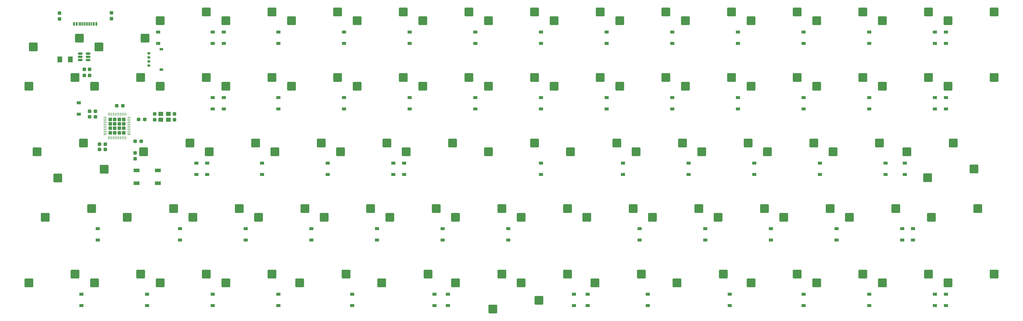
<source format=gbr>
%TF.GenerationSoftware,KiCad,Pcbnew,(6.0.8-1)-1*%
%TF.CreationDate,2023-12-24T13:05:27+01:00*%
%TF.ProjectId,tsuka60-pro,7473756b-6136-4302-9d70-726f2e6b6963,rev?*%
%TF.SameCoordinates,Original*%
%TF.FileFunction,Paste,Bot*%
%TF.FilePolarity,Positive*%
%FSLAX46Y46*%
G04 Gerber Fmt 4.6, Leading zero omitted, Abs format (unit mm)*
G04 Created by KiCad (PCBNEW (6.0.8-1)-1) date 2023-12-24 13:05:27*
%MOMM*%
%LPD*%
G01*
G04 APERTURE LIST*
G04 Aperture macros list*
%AMRoundRect*
0 Rectangle with rounded corners*
0 $1 Rounding radius*
0 $2 $3 $4 $5 $6 $7 $8 $9 X,Y pos of 4 corners*
0 Add a 4 corners polygon primitive as box body*
4,1,4,$2,$3,$4,$5,$6,$7,$8,$9,$2,$3,0*
0 Add four circle primitives for the rounded corners*
1,1,$1+$1,$2,$3*
1,1,$1+$1,$4,$5*
1,1,$1+$1,$6,$7*
1,1,$1+$1,$8,$9*
0 Add four rect primitives between the rounded corners*
20,1,$1+$1,$2,$3,$4,$5,0*
20,1,$1+$1,$4,$5,$6,$7,0*
20,1,$1+$1,$6,$7,$8,$9,0*
20,1,$1+$1,$8,$9,$2,$3,0*%
G04 Aperture macros list end*
%ADD10RoundRect,0.250000X-1.025000X-1.000000X1.025000X-1.000000X1.025000X1.000000X-1.025000X1.000000X0*%
%ADD11RoundRect,0.250000X1.025000X1.000000X-1.025000X1.000000X-1.025000X-1.000000X1.025000X-1.000000X0*%
%ADD12R,1.200000X0.900000*%
%ADD13RoundRect,0.237500X-0.237500X0.300000X-0.237500X-0.300000X0.237500X-0.300000X0.237500X0.300000X0*%
%ADD14RoundRect,0.237500X0.300000X0.237500X-0.300000X0.237500X-0.300000X-0.237500X0.300000X-0.237500X0*%
%ADD15RoundRect,0.237500X0.237500X-0.300000X0.237500X0.300000X-0.237500X0.300000X-0.237500X-0.300000X0*%
%ADD16RoundRect,0.237500X-0.300000X-0.237500X0.300000X-0.237500X0.300000X0.237500X-0.300000X0.237500X0*%
%ADD17R,1.800000X1.100000*%
%ADD18RoundRect,0.150000X0.487500X0.150000X-0.487500X0.150000X-0.487500X-0.150000X0.487500X-0.150000X0*%
%ADD19R,0.540000X1.100000*%
%ADD20R,0.300000X1.100000*%
%ADD21R,1.400000X1.200000*%
%ADD22RoundRect,0.250000X-0.270000X0.270000X-0.270000X-0.270000X0.270000X-0.270000X0.270000X0.270000X0*%
%ADD23RoundRect,0.062500X-0.062500X0.375000X-0.062500X-0.375000X0.062500X-0.375000X0.062500X0.375000X0*%
%ADD24RoundRect,0.062500X-0.375000X0.062500X-0.375000X-0.062500X0.375000X-0.062500X0.375000X0.062500X0*%
%ADD25RoundRect,0.150000X-0.275000X0.150000X-0.275000X-0.150000X0.275000X-0.150000X0.275000X0.150000X0*%
%ADD26RoundRect,0.187500X-0.362500X0.187500X-0.362500X-0.187500X0.362500X-0.187500X0.362500X0.187500X0*%
%ADD27RoundRect,0.250001X0.462499X0.624999X-0.462499X0.624999X-0.462499X-0.624999X0.462499X-0.624999X0*%
G04 APERTURE END LIST*
D10*
%TO.C,MX70_2*%
X200285000Y-170180000D03*
X213735000Y-167640000D03*
%TD*%
D11*
%TO.C,MX56*%
X265690000Y-143510000D03*
X279140000Y-140970000D03*
%TD*%
D12*
%TO.C,D47*%
X85725000Y-150081250D03*
X85725000Y-146781250D03*
%TD*%
D11*
%TO.C,MX73*%
X294265000Y-162560000D03*
X307715000Y-160020000D03*
%TD*%
%TO.C,MX39*%
X222827500Y-124460000D03*
X236277500Y-121920000D03*
%TD*%
D12*
%TO.C,D52*%
X185737500Y-150081250D03*
X185737500Y-146781250D03*
%TD*%
%TO.C,D55*%
X261937500Y-150081250D03*
X261937500Y-146781250D03*
%TD*%
D11*
%TO.C,MX19*%
X122815000Y-105410000D03*
X136265000Y-102870000D03*
%TD*%
%TO.C,MX5*%
X141865000Y-86360000D03*
X155315000Y-83820000D03*
%TD*%
D12*
%TO.C,D15*%
X331787500Y-92931250D03*
X331787500Y-89631250D03*
%TD*%
%TO.C,D39*%
X238125000Y-131031250D03*
X238125000Y-127731250D03*
%TD*%
D13*
%TO.C,R6*%
X83350000Y-100537500D03*
X83350000Y-102262500D03*
%TD*%
D11*
%TO.C,MX16*%
X65665000Y-105410000D03*
X79115000Y-102870000D03*
%TD*%
D12*
%TO.C,D6*%
X176212500Y-92931250D03*
X176212500Y-89631250D03*
%TD*%
D11*
%TO.C,MX51*%
X151390000Y-143510000D03*
X164840000Y-140970000D03*
%TD*%
D12*
%TO.C,D27*%
X290512500Y-111981250D03*
X290512500Y-108681250D03*
%TD*%
D14*
%TO.C,C7*%
X85000000Y-114300000D03*
X83275000Y-114300000D03*
%TD*%
D11*
%TO.C,MX40*%
X241877500Y-124460000D03*
X255327500Y-121920000D03*
%TD*%
D12*
%TO.C,D18*%
X122237500Y-111981250D03*
X122237500Y-108681250D03*
%TD*%
%TO.C,D57*%
X300037500Y-150081250D03*
X300037500Y-146781250D03*
%TD*%
D15*
%TO.C,R1*%
X96500000Y-126512500D03*
X96500000Y-124787500D03*
%TD*%
D11*
%TO.C,MX8*%
X199015000Y-86360000D03*
X212465000Y-83820000D03*
%TD*%
%TO.C,MX7*%
X179965000Y-86360000D03*
X193415000Y-83820000D03*
%TD*%
D15*
%TO.C,C2*%
X102181250Y-115162500D03*
X102181250Y-113437500D03*
%TD*%
D12*
%TO.C,D59*%
X322262500Y-150081250D03*
X322262500Y-146781250D03*
%TD*%
D11*
%TO.C,MX26*%
X256165000Y-105410000D03*
X269615000Y-102870000D03*
%TD*%
%TO.C,MX68*%
X208540000Y-143510000D03*
X221990000Y-140970000D03*
%TD*%
%TO.C,MX41*%
X260927500Y-124460000D03*
X274377500Y-121920000D03*
%TD*%
%TO.C,MX48*%
X94240000Y-143510000D03*
X107690000Y-140970000D03*
%TD*%
D16*
%TO.C,C6*%
X97562500Y-115093750D03*
X99287500Y-115093750D03*
%TD*%
D12*
%TO.C,D35*%
X152400000Y-131031250D03*
X152400000Y-127731250D03*
%TD*%
%TO.C,D37*%
X174625000Y-131031250D03*
X174625000Y-127731250D03*
%TD*%
D11*
%TO.C,MX65*%
X157696250Y-160020000D03*
X144246250Y-162560000D03*
%TD*%
%TO.C,MX22*%
X179965000Y-105410000D03*
X193415000Y-102870000D03*
%TD*%
D12*
%TO.C,D25*%
X252412500Y-111981250D03*
X252412500Y-108681250D03*
%TD*%
%TO.C,D30*%
X331787500Y-111981250D03*
X331787500Y-108681250D03*
%TD*%
%TO.C,D29*%
X328612500Y-111981250D03*
X328612500Y-108681250D03*
%TD*%
D11*
%TO.C,MX69*%
X208540000Y-162560000D03*
X221990000Y-160020000D03*
%TD*%
%TO.C,MX35*%
X137102500Y-124460000D03*
X150552500Y-121920000D03*
%TD*%
D10*
%TO.C,MX32*%
X87528750Y-129540000D03*
X74078750Y-132080000D03*
%TD*%
%TO.C,MX2*%
X99435000Y-91440000D03*
X85985000Y-93980000D03*
%TD*%
D11*
%TO.C,MX66*%
X168058750Y-162560000D03*
X181508750Y-160020000D03*
%TD*%
%TO.C,MX14*%
X313315000Y-86360000D03*
X326765000Y-83820000D03*
%TD*%
%TO.C,MX67*%
X189490000Y-162560000D03*
X202940000Y-160020000D03*
%TD*%
D12*
%TO.C,D62*%
X100012500Y-169131250D03*
X100012500Y-165831250D03*
%TD*%
%TO.C,D75*%
X331787500Y-169131250D03*
X331787500Y-165831250D03*
%TD*%
%TO.C,D66*%
X183356250Y-169131250D03*
X183356250Y-165831250D03*
%TD*%
D11*
%TO.C,MX54*%
X227590000Y-143510000D03*
X241040000Y-140970000D03*
%TD*%
D17*
%TO.C,SW1*%
X96912500Y-133612500D03*
X103112500Y-133612500D03*
X103112500Y-129912500D03*
X96912500Y-129912500D03*
%TD*%
D11*
%TO.C,MX10*%
X237115000Y-86360000D03*
X250565000Y-83820000D03*
%TD*%
%TO.C,MX20*%
X141865000Y-105410000D03*
X155315000Y-102870000D03*
%TD*%
%TO.C,MX32_2*%
X68046250Y-124460000D03*
X81496250Y-121920000D03*
%TD*%
D14*
%TO.C,C8*%
X85000000Y-112712500D03*
X83275000Y-112712500D03*
%TD*%
D11*
%TO.C,MX42*%
X279977500Y-124460000D03*
X293427500Y-121920000D03*
%TD*%
D12*
%TO.C,D13*%
X309562500Y-92931250D03*
X309562500Y-89631250D03*
%TD*%
D11*
%TO.C,MX24*%
X218065000Y-105410000D03*
X231515000Y-102870000D03*
%TD*%
D12*
%TO.C,D73*%
X309562500Y-169131250D03*
X309562500Y-165831250D03*
%TD*%
%TO.C,D58*%
X319087500Y-150081250D03*
X319087500Y-146781250D03*
%TD*%
%TO.C,D42*%
X295275000Y-131031250D03*
X295275000Y-127731250D03*
%TD*%
D18*
%TO.C,U2*%
X82893750Y-95887500D03*
X82893750Y-96837500D03*
X82893750Y-97787500D03*
X80618750Y-97787500D03*
X80618750Y-96837500D03*
X80618750Y-95887500D03*
%TD*%
D12*
%TO.C,D10*%
X252412500Y-92931250D03*
X252412500Y-89631250D03*
%TD*%
%TO.C,D40*%
X257175000Y-131031250D03*
X257175000Y-127731250D03*
%TD*%
D11*
%TO.C,MX12*%
X275215000Y-86360000D03*
X288665000Y-83820000D03*
%TD*%
D16*
%TO.C,C4*%
X96537500Y-121443750D03*
X98262500Y-121443750D03*
%TD*%
D12*
%TO.C,D68*%
X223837500Y-169131250D03*
X223837500Y-165831250D03*
%TD*%
D14*
%TO.C,R2*%
X87912500Y-123825000D03*
X86187500Y-123825000D03*
%TD*%
D12*
%TO.C,D63*%
X119062500Y-169131250D03*
X119062500Y-165831250D03*
%TD*%
%TO.C,D17*%
X119062500Y-111981250D03*
X119062500Y-108681250D03*
%TD*%
D19*
%TO.C,J1*%
X78860000Y-87302500D03*
X79610000Y-87302500D03*
D20*
X80810000Y-87302500D03*
X81810000Y-87302500D03*
X82310000Y-87302500D03*
X83310000Y-87302500D03*
D19*
X84510000Y-87302500D03*
X85260000Y-87302500D03*
X85260000Y-87302500D03*
X84510000Y-87302500D03*
D20*
X83810000Y-87302500D03*
X82810000Y-87302500D03*
X81310000Y-87302500D03*
X80310000Y-87302500D03*
D19*
X79610000Y-87302500D03*
X78860000Y-87302500D03*
%TD*%
D12*
%TO.C,D70*%
X245268750Y-169131250D03*
X245268750Y-165831250D03*
%TD*%
D11*
%TO.C,MX15*%
X332365000Y-86360000D03*
X345815000Y-83820000D03*
%TD*%
%TO.C,MX50*%
X132340000Y-143510000D03*
X145790000Y-140970000D03*
%TD*%
D12*
%TO.C,D4*%
X138112500Y-92931250D03*
X138112500Y-89631250D03*
%TD*%
%TO.C,D61*%
X80962500Y-169131250D03*
X80962500Y-165831250D03*
%TD*%
%TO.C,D67*%
X187325000Y-169131250D03*
X187325000Y-165831250D03*
%TD*%
%TO.C,D72*%
X290512500Y-169131250D03*
X290512500Y-165831250D03*
%TD*%
%TO.C,D44*%
X319881250Y-131031250D03*
X319881250Y-127731250D03*
%TD*%
%TO.C,D23*%
X214312500Y-111981250D03*
X214312500Y-108681250D03*
%TD*%
D21*
%TO.C,Y1*%
X106181250Y-115150000D03*
X103981250Y-115150000D03*
X103981250Y-113450000D03*
X106181250Y-113450000D03*
%TD*%
D12*
%TO.C,D53*%
X204787500Y-150081250D03*
X204787500Y-146781250D03*
%TD*%
%TO.C,D50*%
X147637500Y-150081250D03*
X147637500Y-146781250D03*
%TD*%
%TO.C,D36*%
X171450000Y-131031250D03*
X171450000Y-127731250D03*
%TD*%
%TO.C,D3*%
X122237500Y-92931250D03*
X122237500Y-89631250D03*
%TD*%
%TO.C,D24*%
X233362500Y-111981250D03*
X233362500Y-108681250D03*
%TD*%
%TO.C,D69*%
X227806250Y-169131250D03*
X227806250Y-165831250D03*
%TD*%
D10*
%TO.C,MX1*%
X80385000Y-91440000D03*
X66935000Y-93980000D03*
%TD*%
D11*
%TO.C,MX71*%
X253783750Y-162560000D03*
X267233750Y-160020000D03*
%TD*%
%TO.C,MX29*%
X313315000Y-105410000D03*
X326765000Y-102870000D03*
%TD*%
D12*
%TO.C,D49*%
X128587500Y-150081250D03*
X128587500Y-146781250D03*
%TD*%
%TO.C,D5*%
X157162500Y-92931250D03*
X157162500Y-89631250D03*
%TD*%
D11*
%TO.C,MX57*%
X284740000Y-143510000D03*
X298190000Y-140970000D03*
%TD*%
D12*
%TO.C,D14*%
X328612500Y-92931250D03*
X328612500Y-89631250D03*
%TD*%
%TO.C,D21*%
X176212500Y-111981250D03*
X176212500Y-108681250D03*
%TD*%
D11*
%TO.C,MX18*%
X103765000Y-105410000D03*
X117215000Y-102870000D03*
%TD*%
D12*
%TO.C,D43*%
X314325000Y-131031250D03*
X314325000Y-127731250D03*
%TD*%
%TO.C,D56*%
X280987500Y-150081250D03*
X280987500Y-146781250D03*
%TD*%
%TO.C,D8*%
X214312500Y-92931250D03*
X214312500Y-89631250D03*
%TD*%
%TO.C,D26*%
X271462500Y-111981250D03*
X271462500Y-108681250D03*
%TD*%
D10*
%TO.C,MX44*%
X339941250Y-129477500D03*
X326491250Y-132017500D03*
%TD*%
D11*
%TO.C,MX21*%
X160915000Y-105410000D03*
X174365000Y-102870000D03*
%TD*%
D12*
%TO.C,D34*%
X133350000Y-131031250D03*
X133350000Y-127731250D03*
%TD*%
%TO.C,D51*%
X166687500Y-150081250D03*
X166687500Y-146781250D03*
%TD*%
%TO.C,D48*%
X109537500Y-150081250D03*
X109537500Y-146781250D03*
%TD*%
D11*
%TO.C,MX59*%
X327602500Y-143510000D03*
X341052500Y-140970000D03*
%TD*%
D12*
%TO.C,D54*%
X242887500Y-150081250D03*
X242887500Y-146781250D03*
%TD*%
%TO.C,D2*%
X119062500Y-92931250D03*
X119062500Y-89631250D03*
%TD*%
%TO.C,D74*%
X328612500Y-169131250D03*
X328612500Y-165831250D03*
%TD*%
D13*
%TO.C,C1*%
X107981250Y-113437500D03*
X107981250Y-115162500D03*
%TD*%
D11*
%TO.C,MX43*%
X299027500Y-124460000D03*
X312477500Y-121920000D03*
%TD*%
%TO.C,MX75*%
X332365000Y-162560000D03*
X345815000Y-160020000D03*
%TD*%
D14*
%TO.C,C5*%
X87912500Y-122237500D03*
X86187500Y-122237500D03*
%TD*%
D12*
%TO.C,D32*%
X114300000Y-131031250D03*
X114300000Y-127731250D03*
%TD*%
D15*
%TO.C,R4*%
X89693750Y-85793750D03*
X89693750Y-84068750D03*
%TD*%
D22*
%TO.C,U1*%
X90636250Y-115065000D03*
X91926250Y-118935000D03*
X89346250Y-117645000D03*
X91926250Y-115065000D03*
X89346250Y-115065000D03*
X90636250Y-117645000D03*
X89346250Y-116355000D03*
X93216250Y-118935000D03*
X93216250Y-116355000D03*
X91926250Y-116355000D03*
X89346250Y-118935000D03*
X93216250Y-115065000D03*
X93216250Y-117645000D03*
X91926250Y-117645000D03*
X90636250Y-116355000D03*
X90636250Y-118935000D03*
D23*
X88781250Y-113562500D03*
X89281250Y-113562500D03*
X89781250Y-113562500D03*
X90281250Y-113562500D03*
X90781250Y-113562500D03*
X91281250Y-113562500D03*
X91781250Y-113562500D03*
X92281250Y-113562500D03*
X92781250Y-113562500D03*
X93281250Y-113562500D03*
X93781250Y-113562500D03*
D24*
X94718750Y-114500000D03*
X94718750Y-115000000D03*
X94718750Y-115500000D03*
X94718750Y-116000000D03*
X94718750Y-116500000D03*
X94718750Y-117000000D03*
X94718750Y-117500000D03*
X94718750Y-118000000D03*
X94718750Y-118500000D03*
X94718750Y-119000000D03*
X94718750Y-119500000D03*
D23*
X93781250Y-120437500D03*
X93281250Y-120437500D03*
X92781250Y-120437500D03*
X92281250Y-120437500D03*
X91781250Y-120437500D03*
X91281250Y-120437500D03*
X90781250Y-120437500D03*
X90281250Y-120437500D03*
X89781250Y-120437500D03*
X89281250Y-120437500D03*
X88781250Y-120437500D03*
D24*
X87843750Y-119500000D03*
X87843750Y-119000000D03*
X87843750Y-118500000D03*
X87843750Y-118000000D03*
X87843750Y-117500000D03*
X87843750Y-117000000D03*
X87843750Y-116500000D03*
X87843750Y-116000000D03*
X87843750Y-115500000D03*
X87843750Y-115000000D03*
X87843750Y-114500000D03*
%TD*%
D12*
%TO.C,D12*%
X290512500Y-92931250D03*
X290512500Y-89631250D03*
%TD*%
D13*
%TO.C,R5*%
X81756250Y-100537500D03*
X81756250Y-102262500D03*
%TD*%
D12*
%TO.C,D65*%
X159543750Y-169131250D03*
X159543750Y-165831250D03*
%TD*%
%TO.C,D7*%
X195262500Y-92931250D03*
X195262500Y-89631250D03*
%TD*%
D11*
%TO.C,MX38*%
X199015000Y-124460000D03*
X212465000Y-121920000D03*
%TD*%
D12*
%TO.C,D19*%
X138112500Y-111981250D03*
X138112500Y-108681250D03*
%TD*%
D11*
%TO.C,MX36*%
X156152500Y-124460000D03*
X169602500Y-121920000D03*
%TD*%
%TO.C,MX11*%
X256165000Y-86360000D03*
X269615000Y-83820000D03*
%TD*%
D12*
%TO.C,D20*%
X157162500Y-111981250D03*
X157162500Y-108681250D03*
%TD*%
D11*
%TO.C,MX61*%
X65665000Y-162560000D03*
X79115000Y-160020000D03*
%TD*%
%TO.C,MX27*%
X275215000Y-105410000D03*
X288665000Y-102870000D03*
%TD*%
D25*
%TO.C,J2*%
X100518750Y-95831250D03*
X100518750Y-97031250D03*
X100518750Y-98231250D03*
X100518750Y-99431250D03*
D26*
X104143750Y-100606250D03*
X104143750Y-94656250D03*
%TD*%
D12*
%TO.C,D1*%
X103187500Y-92931250D03*
X103187500Y-89631250D03*
%TD*%
%TO.C,D41*%
X276225000Y-131031250D03*
X276225000Y-127731250D03*
%TD*%
D11*
%TO.C,MX47*%
X70427500Y-143510000D03*
X83877500Y-140970000D03*
%TD*%
%TO.C,MX3*%
X103765000Y-86360000D03*
X117215000Y-83820000D03*
%TD*%
%TO.C,MX33*%
X99002500Y-124460000D03*
X112452500Y-121920000D03*
%TD*%
D12*
%TO.C,D33*%
X117475000Y-131031250D03*
X117475000Y-127731250D03*
%TD*%
%TO.C,D71*%
X269081250Y-169131250D03*
X269081250Y-165831250D03*
%TD*%
D11*
%TO.C,MX49*%
X113290000Y-143510000D03*
X126740000Y-140970000D03*
%TD*%
D12*
%TO.C,D16*%
X80168750Y-113568750D03*
X80168750Y-110268750D03*
%TD*%
D11*
%TO.C,MX64*%
X122815000Y-162560000D03*
X136265000Y-160020000D03*
%TD*%
D12*
%TO.C,D22*%
X195262500Y-111981250D03*
X195262500Y-108681250D03*
%TD*%
D27*
%TO.C,F1*%
X77687500Y-97631250D03*
X74712500Y-97631250D03*
%TD*%
D11*
%TO.C,MX23*%
X199015000Y-105410000D03*
X212465000Y-102870000D03*
%TD*%
%TO.C,MX13*%
X294265000Y-86360000D03*
X307715000Y-83820000D03*
%TD*%
%TO.C,MX9*%
X218065000Y-86360000D03*
X231515000Y-83820000D03*
%TD*%
%TO.C,MX34*%
X118052500Y-124460000D03*
X131502500Y-121920000D03*
%TD*%
%TO.C,MX63*%
X103765000Y-162560000D03*
X117215000Y-160020000D03*
%TD*%
%TO.C,MX53*%
X189490000Y-143510000D03*
X202940000Y-140970000D03*
%TD*%
D12*
%TO.C,D11*%
X271462500Y-92931250D03*
X271462500Y-89631250D03*
%TD*%
D14*
%TO.C,C3*%
X92937500Y-111125000D03*
X91212500Y-111125000D03*
%TD*%
D11*
%TO.C,MX74*%
X313315000Y-162560000D03*
X326765000Y-160020000D03*
%TD*%
%TO.C,MX4*%
X122815000Y-86360000D03*
X136265000Y-83820000D03*
%TD*%
D12*
%TO.C,D28*%
X309562500Y-111981250D03*
X309562500Y-108681250D03*
%TD*%
D11*
%TO.C,MX52*%
X170440000Y-143510000D03*
X183890000Y-140970000D03*
%TD*%
%TO.C,MX55*%
X246640000Y-143510000D03*
X260090000Y-140970000D03*
%TD*%
%TO.C,MX25*%
X237115000Y-105410000D03*
X250565000Y-102870000D03*
%TD*%
%TO.C,MX72*%
X275215000Y-162560000D03*
X288665000Y-160020000D03*
%TD*%
%TO.C,MX30*%
X332365000Y-105410000D03*
X345815000Y-102870000D03*
%TD*%
D12*
%TO.C,D64*%
X138112500Y-169131250D03*
X138112500Y-165831250D03*
%TD*%
D11*
%TO.C,MX58*%
X303790000Y-143510000D03*
X317240000Y-140970000D03*
%TD*%
%TO.C,MX17*%
X84715000Y-105410000D03*
X98165000Y-102870000D03*
%TD*%
%TO.C,MX70*%
X229971250Y-162560000D03*
X243421250Y-160020000D03*
%TD*%
D15*
%TO.C,R3*%
X74612500Y-85862500D03*
X74612500Y-84137500D03*
%TD*%
D11*
%TO.C,MX28*%
X294265000Y-105410000D03*
X307715000Y-102870000D03*
%TD*%
%TO.C,MX37*%
X175202500Y-124460000D03*
X188652500Y-121920000D03*
%TD*%
%TO.C,MX44_2*%
X320458750Y-124460000D03*
X333908750Y-121920000D03*
%TD*%
%TO.C,MX62*%
X84715000Y-162560000D03*
X98165000Y-160020000D03*
%TD*%
%TO.C,MX6*%
X160915000Y-86360000D03*
X174365000Y-83820000D03*
%TD*%
D12*
%TO.C,D9*%
X233362500Y-92931250D03*
X233362500Y-89631250D03*
%TD*%
%TO.C,D38*%
X214312500Y-131031250D03*
X214312500Y-127731250D03*
%TD*%
M02*

</source>
